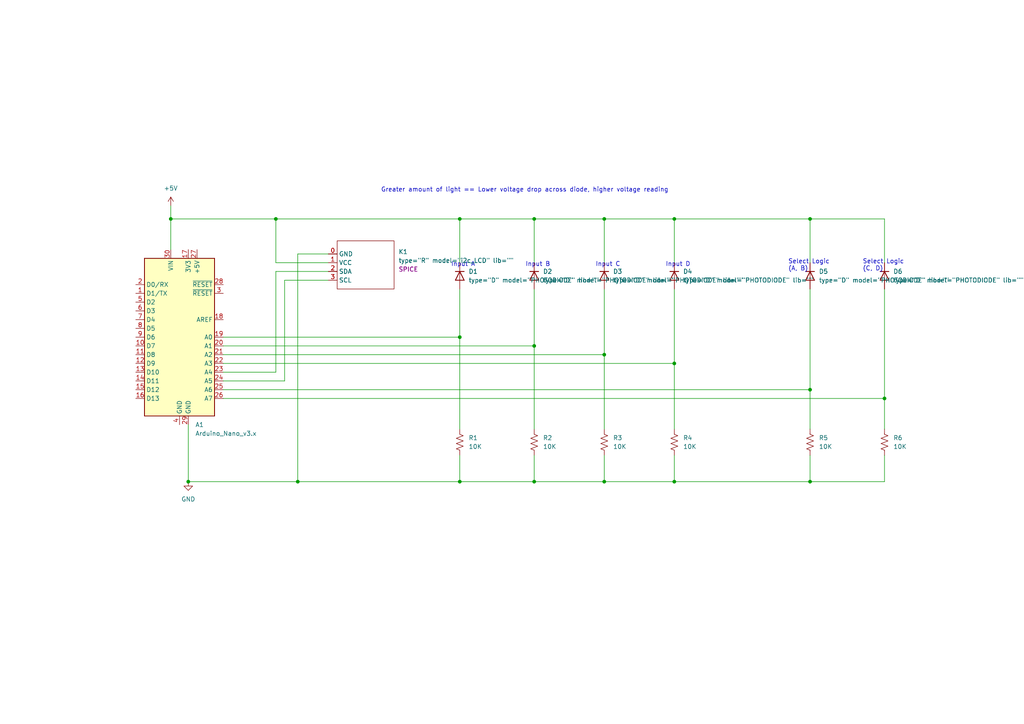
<source format=kicad_sch>
(kicad_sch (version 20211123) (generator eeschema)
  (paper "A4")
  (title_block (title "Photodiode-based Logic Puzzle") (date "2024-08-02") (rev "1.0.0") (company "BYU"))
  (lib_symbols
    (symbol "Device:R_US" (pin_numbers hide) (pin_names (offset 0))
      (property "Reference" "R" (at 2.54 0 90))
      (property "Value" "R_US" (at -2.54 0 90))
      (symbol "R_US_0_1"
        (polyline (pts (xy 0 -2.286) (xy 0 -2.54)))
        (polyline (pts (xy 0 2.286) (xy 0 2.54)))
        (polyline (pts (xy 0 -0.762) (xy 1.016 -1.143) (xy 0 -1.524) (xy -1.016 -1.905) (xy 0 -2.286)))
        (polyline (pts (xy 0 0.762) (xy 1.016 0.381) (xy 0 0) (xy -1.016 -0.381) (xy 0 -0.762)))
        (polyline (pts (xy 0 2.286) (xy 1.016 1.905) (xy 0 1.524) (xy -1.016 1.143) (xy 0 0.762)))
      )
      (symbol "R_US_1_1"
        (pin passive line (at 0 3.81 270) (length 1.27) (name "~") (number "1"))
        (pin passive line (at 0 -3.81 90) (length 1.27) (name "~") (number "2"))
      )
    )
    (symbol "MCU_Module:Arduino_Nano_v3.x"
      (property "Reference" "A" (at -10.16 23.495 0))
      (property "Value" "Arduino_Nano_v3.x" (at 5.08 -24.13 0))
      (symbol "Arduino_Nano_v3.x_0_1"
        (rectangle (start -10.16 22.86) (end 10.16 -22.86) (stroke (width 0.254)) (fill (type background)))
      )
      (symbol "Arduino_Nano_v3.x_1_1"
        (pin bidirectional line (at -12.7 12.7 0) (length 2.54) (name "D1/TX") (number "1"))
        (pin bidirectional line (at -12.7 -2.54 0) (length 2.54) (name "D7") (number "10"))
        (pin bidirectional line (at -12.7 -5.08 0) (length 2.54) (name "D8") (number "11"))
        (pin bidirectional line (at -12.7 -7.62 0) (length 2.54) (name "D9") (number "12"))
        (pin bidirectional line (at -12.7 -10.16 0) (length 2.54) (name "D10") (number "13"))
        (pin bidirectional line (at -12.7 -12.7 0) (length 2.54) (name "D11") (number "14"))
        (pin bidirectional line (at -12.7 -15.24 0) (length 2.54) (name "D12") (number "15"))
        (pin bidirectional line (at -12.7 -17.78 0) (length 2.54) (name "D13") (number "16"))
        (pin power_out line (at 2.54 25.4 270) (length 2.54) (name "3V3") (number "17"))
        (pin input line (at 12.7 5.08 180) (length 2.54) (name "AREF") (number "18"))
        (pin bidirectional line (at 12.7 0 180) (length 2.54) (name "A0") (number "19"))
        (pin bidirectional line (at -12.7 15.24 0) (length 2.54) (name "D0/RX") (number "2"))
        (pin bidirectional line (at 12.7 -2.54 180) (length 2.54) (name "A1") (number "20"))
        (pin bidirectional line (at 12.7 -5.08 180) (length 2.54) (name "A2") (number "21"))
        (pin bidirectional line (at 12.7 -7.62 180) (length 2.54) (name "A3") (number "22"))
        (pin bidirectional line (at 12.7 -10.16 180) (length 2.54) (name "A4") (number "23"))
        (pin bidirectional line (at 12.7 -12.7 180) (length 2.54) (name "A5") (number "24"))
        (pin bidirectional line (at 12.7 -15.24 180) (length 2.54) (name "A6") (number "25"))
        (pin bidirectional line (at 12.7 -17.78 180) (length 2.54) (name "A7") (number "26"))
        (pin power_out line (at 5.08 25.4 270) (length 2.54) (name "+5V") (number "27"))
        (pin input line (at 12.7 15.24 180) (length 2.54) (name "~{RESET}") (number "28"))
        (pin power_in line (at 2.54 -25.4 90) (length 2.54) (name "GND") (number "29"))
        (pin input line (at 12.7 12.7 180) (length 2.54) (name "~{RESET}") (number "3"))
        (pin power_in line (at -2.54 25.4 270) (length 2.54) (name "VIN") (number "30"))
        (pin power_in line (at 0 -25.4 90) (length 2.54) (name "GND") (number "4"))
        (pin bidirectional line (at -12.7 10.16 0) (length 2.54) (name "D2") (number "5"))
        (pin bidirectional line (at -12.7 7.62 0) (length 2.54) (name "D3") (number "6"))
        (pin bidirectional line (at -12.7 5.08 0) (length 2.54) (name "D4") (number "7"))
        (pin bidirectional line (at -12.7 2.54 0) (length 2.54) (name "D5") (number "8"))
        (pin bidirectional line (at -12.7 0 0) (length 2.54) (name "D6") (number "9"))
      )
    )
    (symbol "Simulation_SPICE:DIODE" (pin_numbers hide) (pin_names (offset 1.016) hide)
      (property "Reference" "D" (at 0 2.54 0))
      (property "Value" "DIODE" (at 0 -2.54 0))
      (symbol "DIODE_0_1"
        (polyline (pts (xy 1.27 0) (xy -1.27 0)))
        (polyline (pts (xy 1.27 1.27) (xy 1.27 -1.27)) (stroke (width 0.254)))
        (polyline (pts (xy -1.27 -1.27) (xy -1.27 1.27) (xy 1.27 0) (xy -1.27 -1.27)) (stroke (width 0.254)))
      )
      (symbol "DIODE_1_1"
        (pin passive line (at -3.81 0 0) (length 2.54) (name "A") (number "1"))
        (pin passive line (at 3.81 0 180) (length 2.54) (name "K") (number "2"))
      )
    )
    (symbol "power:+5V" (power) (pin_names (offset 0))
      (property "Value" "+5V" (at 0 3.556 0))
      (symbol "+5V_0_1"
        (polyline (pts (xy -0.762 1.27) (xy 0 2.54)))
        (polyline (pts (xy 0 0) (xy 0 2.54)))
        (polyline (pts (xy 0 2.54) (xy 0.762 1.27)))
      )
      (symbol "+5V_1_1"
        (pin power_in line (at 0 0 90) (length 0) hide (name "+5V") (number "1"))
      )
    )
    (symbol "power:GND" (power) (pin_names (offset 0))
      (property "Value" "GND" (at 0 -3.81 0))
      (symbol "GND_0_1"
        (polyline (pts (xy 0 0) (xy 0 -1.27) (xy 1.27 -1.27) (xy 0 -2.54) (xy -1.27 -1.27) (xy 0 -1.27)))
      )
      (symbol "GND_1_1"
        (pin power_in line (at 0 0 270) (length 0) hide (name "GND") (number "1"))
      )
    )
    (symbol "symbols:i2c_LCD"
      (property "Reference" "K" (at 12.7 0 0))
      (property "Value" "i2c_LCD" (at 12.7 -2.54 0))
      (property "Spice_Primitive" "R" (at 12.7 -5.08 0))
      (property "Spice_Netlist_Enabled" "N" (at 11.43 -5.08 0))
      (symbol "i2c_LCD_0_0"
        (pin power_in line (at 0 0 0) (length 2.54) (name "GND") (number "0"))
        (pin power_in line (at 0 -2.54 0) (length 2.54) (name "VCC") (number "1"))
        (pin bidirectional line (at 0 -5.08 0) (length 2.54) (name "SDA") (number "2"))
        (pin input line (at 0 -7.62 0) (length 2.54) (name "SCL") (number "3"))
      )
      (symbol "i2c_LCD_0_1"
        (rectangle (start 2.54 3.81) (end 19.05 -10.16))
      )
    )
  )
  (junction (at 234.95 139.7))
  (junction (at 195.58 105.41))
  (junction (at 49.53 63.5))
  (junction (at 80.01 63.5))
  (junction (at 234.95 63.5))
  (junction (at 175.26 63.5))
  (junction (at 133.35 139.7))
  (junction (at 86.36 139.7))
  (junction (at 154.94 63.5))
  (junction (at 54.61 139.7))
  (junction (at 234.95 113.03))
  (junction (at 133.35 63.5))
  (junction (at 154.94 139.7))
  (junction (at 195.58 63.5))
  (junction (at 133.35 97.79))
  (junction (at 256.54 115.57))
  (junction (at 175.26 139.7))
  (junction (at 175.26 102.87))
  (junction (at 154.94 100.33))
  (junction (at 195.58 139.7))
  (wire (pts (xy 256.54 115.57) (xy 256.54 124.46)))
  (wire (pts (xy 195.58 63.5) (xy 234.95 63.5)))
  (wire (pts (xy 54.61 139.7) (xy 86.36 139.7)))
  (wire (pts (xy 133.35 63.5) (xy 154.94 63.5)))
  (wire (pts (xy 195.58 132.08) (xy 195.58 139.7)))
  (wire (pts (xy 86.36 139.7) (xy 133.35 139.7)))
  (wire (pts (xy 82.55 110.49) (xy 64.77 110.49)))
  (wire (pts (xy 175.26 139.7) (xy 195.58 139.7)))
  (wire (pts (xy 234.95 83.82) (xy 234.95 113.03)))
  (wire (pts (xy 133.35 97.79) (xy 133.35 124.46)))
  (wire (pts (xy 54.61 123.19) (xy 54.61 139.7)))
  (wire (pts (xy 154.94 139.7) (xy 175.26 139.7)))
  (wire (pts (xy 95.25 81.28) (xy 82.55 81.28)))
  (wire (pts (xy 64.77 97.79) (xy 133.35 97.79)))
  (wire (pts (xy 80.01 76.2) (xy 80.01 63.5)))
  (wire (pts (xy 95.25 78.74) (xy 80.01 78.74)))
  (wire (pts (xy 64.77 115.57) (xy 256.54 115.57)))
  (wire (pts (xy 80.01 107.95) (xy 64.77 107.95)))
  (wire (pts (xy 133.35 83.82) (xy 133.35 97.79)))
  (wire (pts (xy 64.77 105.41) (xy 195.58 105.41)))
  (wire (pts (xy 175.26 132.08) (xy 175.26 139.7)))
  (wire (pts (xy 82.55 81.28) (xy 82.55 110.49)))
  (wire (pts (xy 49.53 63.5) (xy 80.01 63.5)))
  (wire (pts (xy 175.26 102.87) (xy 175.26 124.46)))
  (wire (pts (xy 234.95 63.5) (xy 256.54 63.5)))
  (wire (pts (xy 154.94 63.5) (xy 175.26 63.5)))
  (wire (pts (xy 175.26 63.5) (xy 195.58 63.5)))
  (wire (pts (xy 195.58 105.41) (xy 195.58 124.46)))
  (wire (pts (xy 256.54 83.82) (xy 256.54 115.57)))
  (wire (pts (xy 154.94 83.82) (xy 154.94 100.33)))
  (wire (pts (xy 234.95 139.7) (xy 256.54 139.7)))
  (wire (pts (xy 234.95 113.03) (xy 234.95 124.46)))
  (wire (pts (xy 175.26 63.5) (xy 175.26 76.2)))
  (wire (pts (xy 195.58 83.82) (xy 195.58 105.41)))
  (wire (pts (xy 49.53 59.69) (xy 49.53 63.5)))
  (wire (pts (xy 64.77 113.03) (xy 234.95 113.03)))
  (wire (pts (xy 49.53 72.39) (xy 49.53 63.5)))
  (wire (pts (xy 175.26 83.82) (xy 175.26 102.87)))
  (wire (pts (xy 64.77 102.87) (xy 175.26 102.87)))
  (wire (pts (xy 95.25 76.2) (xy 80.01 76.2)))
  (wire (pts (xy 133.35 132.08) (xy 133.35 139.7)))
  (wire (pts (xy 154.94 132.08) (xy 154.94 139.7)))
  (wire (pts (xy 195.58 139.7) (xy 234.95 139.7)))
  (wire (pts (xy 133.35 139.7) (xy 154.94 139.7)))
  (wire (pts (xy 64.77 100.33) (xy 154.94 100.33)))
  (wire (pts (xy 234.95 63.5) (xy 234.95 76.2)))
  (wire (pts (xy 80.01 63.5) (xy 133.35 63.5)))
  (wire (pts (xy 133.35 63.5) (xy 133.35 76.2)))
  (wire (pts (xy 256.54 139.7) (xy 256.54 132.08)))
  (wire (pts (xy 86.36 73.66) (xy 86.36 139.7)))
  (wire (pts (xy 154.94 100.33) (xy 154.94 124.46)))
  (wire (pts (xy 195.58 63.5) (xy 195.58 76.2)))
  (wire (pts (xy 95.25 73.66) (xy 86.36 73.66)))
  (wire (pts (xy 154.94 63.5) (xy 154.94 76.2)))
  (wire (pts (xy 256.54 63.5) (xy 256.54 76.2)))
  (wire (pts (xy 234.95 139.7) (xy 234.95 132.08)))
  (wire (pts (xy 80.01 78.74) (xy 80.01 107.95)))
  (text "Greater amount of light == Lower voltage drop across diode, higher voltage reading" (at 110.49 55.88 0) (effects (font (size 1.27 1.27)) (justify left bottom)))
  (text "Input C" (at 172.72 77.47 0) (effects (font (size 1.27 1.27)) (justify left bottom)))
  (text "Input D" (at 193.04 77.47 0) (effects (font (size 1.27 1.27)) (justify left bottom)))
  (text "Input B" (at 152.4 77.47 0) (effects (font (size 1.27 1.27)) (justify left bottom)))
  (text "Input A" (at 130.81 77.47 0) (effects (font (size 1.27 1.27)) (justify left bottom)))
  (text "Select Logic\n(C, D)" (at 250.19 78.74 0) (effects (font (size 1.27 1.27)) (justify left bottom)))
  (text "Select Logic\n(A, B)" (at 228.6 78.74 0) (effects (font (size 1.27 1.27)) (justify left bottom)))
  (symbol (lib_id "Device:R_US") (at 195.58 128.27 0) (unit 1)
    (property "Reference" "R4" (at 198.12 126.9999 0) (effects (justify left)))
    (property "Value" "10K" (at 198.12 129.5399 0) (effects (justify left)))
  )
  (symbol (lib_id "Simulation_SPICE:DIODE") (at 154.94 80.01 90) (unit 1)
    (property "Reference" "D2" (at 157.48 78.7399 90) (effects (justify right)))
    (property "Value" "PHOTODIODE" (at 157.48 81.2799 90) (effects (justify right)))
    (property "Datasheet" "http://szsgir.com/data/SGPD5029A.PDF" (effects hide))
    (property "Spice_Netlist_Enabled" "Y" (effects hide))
    (property "Spice_Primitive" "D" (effects hide))
  )
  (symbol (lib_id "power:+5V") (at 49.53 59.69 0) (unit 1)
    (property "Reference" "#PWR0102" (effects hide))
    (property "Value" "+5V" (at 49.53 54.61 0))
  )
  (symbol (lib_id "Simulation_SPICE:DIODE") (at 195.58 80.01 90) (unit 1)
    (property "Reference" "D4" (at 198.12 78.7399 90) (effects (justify right)))
    (property "Value" "PHOTODIODE" (at 198.12 81.2799 90) (effects (justify right)))
    (property "Datasheet" "http://szsgir.com/data/SGPD5029A.PDF" (effects hide))
    (property "Spice_Netlist_Enabled" "Y" (effects hide))
    (property "Spice_Primitive" "D" (effects hide))
  )
  (symbol (lib_id "Device:R_US") (at 175.26 128.27 0) (unit 1)
    (property "Reference" "R3" (at 177.8 126.9999 0) (effects (justify left)))
    (property "Value" "10K" (at 177.8 129.5399 0) (effects (justify left)))
  )
  (symbol (lib_id "Simulation_SPICE:DIODE") (at 256.54 80.01 90) (unit 1)
    (property "Reference" "D6" (at 259.08 78.7399 90) (effects (justify right)))
    (property "Value" "PHOTODIODE" (at 259.08 81.2799 90) (effects (justify right)))
    (property "Datasheet" "http://szsgir.com/data/SGPD5029A.PDF" (effects hide))
    (property "Spice_Netlist_Enabled" "Y" (effects hide))
    (property "Spice_Primitive" "D" (effects hide))
  )
  (symbol (lib_id "power:GND") (at 54.61 139.7 0) (unit 1)
    (property "Reference" "#PWR0101" (effects hide))
    (property "Value" "GND" (at 54.61 144.78 0))
  )
  (symbol (lib_id "Device:R_US") (at 154.94 128.27 0) (unit 1)
    (property "Reference" "R2" (at 157.48 126.9999 0) (effects (justify left)))
    (property "Value" "10K" (at 157.48 129.5399 0) (effects (justify left)))
  )
  (symbol (lib_id "Simulation_SPICE:DIODE") (at 234.95 80.01 90) (unit 1)
    (property "Reference" "D5" (at 237.49 78.7399 90) (effects (justify right)))
    (property "Value" "PHOTODIODE" (at 237.49 81.2799 90) (effects (justify right)))
    (property "Datasheet" "http://szsgir.com/data/SGPD5029A.PDF" (effects hide))
    (property "Spice_Netlist_Enabled" "Y" (effects hide))
    (property "Spice_Primitive" "D" (effects hide))
  )
  (symbol (lib_id "Device:R_US") (at 256.54 128.27 0) (unit 1)
    (property "Reference" "R6" (at 259.08 126.9999 0) (effects (justify left)))
    (property "Value" "10K" (at 259.08 129.5399 0) (effects (justify left)))
  )
  (symbol (lib_id "Simulation_SPICE:DIODE") (at 133.35 80.01 90) (unit 1)
    (property "Reference" "D1" (at 135.89 78.7399 90) (effects (justify right)))
    (property "Value" "PHOTODIODE" (at 135.89 81.2799 90) (effects (justify right)))
    (property "Datasheet" "http://szsgir.com/data/SGPD5029A.PDF" (effects hide))
    (property "Spice_Netlist_Enabled" "Y" (effects hide))
    (property "Spice_Primitive" "D" (effects hide))
  )
  (symbol (lib_id "Simulation_SPICE:DIODE") (at 175.26 80.01 90) (unit 1)
    (property "Reference" "D3" (at 177.8 78.7399 90) (effects (justify right)))
    (property "Value" "PHOTODIODE" (at 177.8 81.2799 90) (effects (justify right)))
    (property "Datasheet" "http://szsgir.com/data/SGPD5029A.PDF" (effects hide))
    (property "Spice_Netlist_Enabled" "Y" (effects hide))
    (property "Spice_Primitive" "D" (effects hide))
  )
  (symbol (lib_id "Device:R_US") (at 133.35 128.27 0) (unit 1)
    (property "Reference" "R1" (at 135.89 126.9999 0) (effects (justify left)))
    (property "Value" "10K" (at 135.89 129.5399 0) (effects (justify left)))
  )
  (symbol (lib_id "symbols:i2c_LCD") (at 95.25 73.66 0) (unit 1)
    (property "Reference" "K1" (at 115.57 73.0249 0) (effects (justify left)))
    (property "Value" "i2c_LCD" (at 115.57 75.5649 0) (effects (justify left)))
    (property "Spice_Primitive" "R" (at 115.57 78.1049 0) (effects (justify left)))
    (property "Spice_Netlist_Enabled" "N" (at 115.57 80.6449 0) (effects (justify left)))
  )
  (symbol (lib_id "MCU_Module:Arduino_Nano_v3.x") (at 52.07 97.79 0) (unit 1)
    (property "Reference" "A1" (at 56.6294 123.19 0) (effects (justify left)))
    (property "Value" "Arduino_Nano_v3.x" (at 56.6294 125.73 0) (effects (justify left)))
    (property "Footprint" "Module:Arduino_Nano" (effects hide))
    (property "Datasheet" "http://www.mouser.com/pdfdocs/Gravitech_Arduino_Nano3_0.pdf" (effects hide))
  )
  (symbol (lib_id "Device:R_US") (at 234.95 128.27 0) (unit 1)
    (property "Reference" "R5" (at 237.49 126.9999 0) (effects (justify left)))
    (property "Value" "10K" (at 237.49 129.5399 0) (effects (justify left)))
  )
)
</source>
